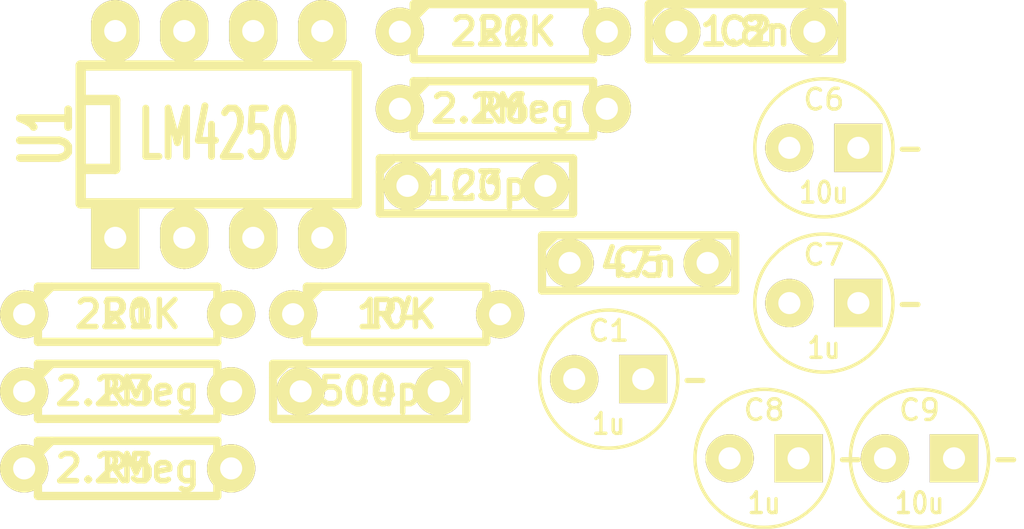
<source format=kicad_pcb>
(kicad_pcb (version 4) (host pcbnew "(2014-09-19 BZR 5142)-product")

  (general
    (links 23)
    (no_connects 23)
    (area 0 0 0 0)
    (thickness 1.6)
    (drawings 0)
    (tracks 0)
    (zones 0)
    (modules 16)
    (nets 10)
  )

  (page A4)
  (layers
    (0 F.Cu signal)
    (31 B.Cu signal)
    (32 B.Adhes user)
    (33 F.Adhes user)
    (34 B.Paste user)
    (35 F.Paste user)
    (36 B.SilkS user)
    (37 F.SilkS user)
    (38 B.Mask user)
    (39 F.Mask user)
    (40 Dwgs.User user)
    (41 Cmts.User user)
    (42 Eco1.User user)
    (43 Eco2.User user)
    (44 Edge.Cuts user)
    (45 Margin user)
    (46 B.CrtYd user)
    (47 F.CrtYd user)
    (48 B.Fab user)
    (49 F.Fab user)
  )

  (setup
    (last_trace_width 0.254)
    (trace_clearance 0.254)
    (zone_clearance 0.508)
    (zone_45_only no)
    (trace_min 0.254)
    (segment_width 0.2)
    (edge_width 0.1)
    (via_size 0.889)
    (via_drill 0.635)
    (via_min_size 0.889)
    (via_min_drill 0.508)
    (uvia_size 0.508)
    (uvia_drill 0.127)
    (uvias_allowed no)
    (uvia_min_size 0.508)
    (uvia_min_drill 0.127)
    (pcb_text_width 0.3)
    (pcb_text_size 1.5 1.5)
    (mod_edge_width 0.15)
    (mod_text_size 1 1)
    (mod_text_width 0.15)
    (pad_size 1.5 1.5)
    (pad_drill 0.6)
    (pad_to_mask_clearance 0)
    (aux_axis_origin 0 0)
    (visible_elements FFFFFF7F)
    (pcbplotparams
      (layerselection 0x00030_80000001)
      (usegerberextensions false)
      (excludeedgelayer true)
      (linewidth 0.100000)
      (plotframeref false)
      (viasonmask false)
      (mode 1)
      (useauxorigin false)
      (hpglpennumber 1)
      (hpglpenspeed 20)
      (hpglpendiameter 15)
      (hpglpenoverlay 2)
      (psnegative false)
      (psa4output false)
      (plotreference true)
      (plotvalue true)
      (plotinvisibletext false)
      (padsonsilk false)
      (subtractmaskfromsilk false)
      (outputformat 1)
      (mirror false)
      (drillshape 1)
      (scaleselection 1)
      (outputdirectory ""))
  )

  (net 0 "")
  (net 1 "Net-(C1-Pad1)")
  (net 2 "Net-(C3-Pad1)")
  (net 3 "Net-(C3-Pad2)")
  (net 4 "Net-(C5-Pad2)")
  (net 5 ref)
  (net 6 GND)
  (net 7 +9V)
  (net 8 "Net-(C9-Pad1)")
  (net 9 "Net-(R3-Pad1)")

  (net_class Default "This is the default net class."
    (clearance 0.254)
    (trace_width 0.254)
    (via_dia 0.889)
    (via_drill 0.635)
    (uvia_dia 0.508)
    (uvia_drill 0.127)
    (add_net +9V)
    (add_net GND)
    (add_net "Net-(C1-Pad1)")
    (add_net "Net-(C3-Pad1)")
    (add_net "Net-(C3-Pad2)")
    (add_net "Net-(C5-Pad2)")
    (add_net "Net-(C9-Pad1)")
    (add_net "Net-(R3-Pad1)")
    (add_net ref)
  )

  (module Custom:C1V5-LARGE_PADS (layer F.Cu) (tedit 544816F7) (tstamp 54498346)
    (at 163.122674 82.038674)
    (descr "Condensateur e = 1 pas")
    (tags C)
    (path /54496F72)
    (fp_text reference C1 (at 0 -1.778) (layer F.SilkS)
      (effects (font (size 0.762 0.762) (thickness 0.127)))
    )
    (fp_text value 1u (at 0 1.651) (layer F.SilkS)
      (effects (font (size 0.762 0.635) (thickness 0.127)))
    )
    (fp_text user - (at 3.175 0) (layer F.SilkS)
      (effects (font (size 0.762 0.762) (thickness 0.1905)))
    )
    (fp_circle (center 0 0) (end 0.127 -2.54) (layer F.SilkS) (width 0.127))
    (pad 1 thru_hole circle (at -1.27 0) (size 1.778 1.778) (drill 0.8128) (layers *.Cu *.Mask F.SilkS)
      (net 1 "Net-(C1-Pad1)"))
    (pad 2 thru_hole rect (at 1.27 0) (size 1.778 1.778) (drill 0.8128) (layers *.Cu *.Mask F.SilkS))
    (model discret/c_vert_c1v5.wrl
      (at (xyz 0 0 0))
      (scale (xyz 1 1 1))
      (rotate (xyz 0 0 0))
    )
  )

  (module Custom:C2-LARGE_PADS (layer F.Cu) (tedit 544816E5) (tstamp 5449834C)
    (at 168.154401 69.240401)
    (descr "Condensateur = 2 pas")
    (tags C)
    (path /54496F0A)
    (fp_text reference C2 (at 0 0) (layer F.SilkS)
      (effects (font (size 1 1) (thickness 0.2032)))
    )
    (fp_text value 1.8n (at 0 0) (layer F.SilkS)
      (effects (font (size 1 1) (thickness 0.2032)))
    )
    (fp_line (start -3.556 -1.016) (end 3.556 -1.016) (layer F.SilkS) (width 0.3048))
    (fp_line (start 3.556 -1.016) (end 3.556 1.016) (layer F.SilkS) (width 0.3048))
    (fp_line (start 3.556 1.016) (end -3.556 1.016) (layer F.SilkS) (width 0.3048))
    (fp_line (start -3.556 1.016) (end -3.556 -1.016) (layer F.SilkS) (width 0.3048))
    (fp_line (start -3.556 -0.508) (end -3.048 -1.016) (layer F.SilkS) (width 0.3048))
    (pad 1 thru_hole circle (at -2.54 0) (size 1.778 1.778) (drill 0.8128) (layers *.Cu *.Mask F.SilkS))
    (pad 2 thru_hole circle (at 2.54 0) (size 1.778 1.778) (drill 0.8128) (layers *.Cu *.Mask F.SilkS)
      (net 1 "Net-(C1-Pad1)"))
    (model discret/capa_2pas_5x5mm.wrl
      (at (xyz 0 0 0))
      (scale (xyz 1 1 1))
      (rotate (xyz 0 0 0))
    )
  )

  (module Custom:C2-LARGE_PADS (layer F.Cu) (tedit 544816E5) (tstamp 54498352)
    (at 158.254401 74.920401)
    (descr "Condensateur = 2 pas")
    (tags C)
    (path /54496DEE)
    (fp_text reference C3 (at 0 0) (layer F.SilkS)
      (effects (font (size 1 1) (thickness 0.2032)))
    )
    (fp_text value 120p (at 0 0) (layer F.SilkS)
      (effects (font (size 1 1) (thickness 0.2032)))
    )
    (fp_line (start -3.556 -1.016) (end 3.556 -1.016) (layer F.SilkS) (width 0.3048))
    (fp_line (start 3.556 -1.016) (end 3.556 1.016) (layer F.SilkS) (width 0.3048))
    (fp_line (start 3.556 1.016) (end -3.556 1.016) (layer F.SilkS) (width 0.3048))
    (fp_line (start -3.556 1.016) (end -3.556 -1.016) (layer F.SilkS) (width 0.3048))
    (fp_line (start -3.556 -0.508) (end -3.048 -1.016) (layer F.SilkS) (width 0.3048))
    (pad 1 thru_hole circle (at -2.54 0) (size 1.778 1.778) (drill 0.8128) (layers *.Cu *.Mask F.SilkS)
      (net 2 "Net-(C3-Pad1)"))
    (pad 2 thru_hole circle (at 2.54 0) (size 1.778 1.778) (drill 0.8128) (layers *.Cu *.Mask F.SilkS)
      (net 3 "Net-(C3-Pad2)"))
    (model discret/capa_2pas_5x5mm.wrl
      (at (xyz 0 0 0))
      (scale (xyz 1 1 1))
      (rotate (xyz 0 0 0))
    )
  )

  (module Custom:C2-LARGE_PADS (layer F.Cu) (tedit 544816E5) (tstamp 54498358)
    (at 154.324401 82.490401)
    (descr "Condensateur = 2 pas")
    (tags C)
    (path /54496F42)
    (fp_text reference C4 (at 0 0) (layer F.SilkS)
      (effects (font (size 1 1) (thickness 0.2032)))
    )
    (fp_text value 500p (at 0 0) (layer F.SilkS)
      (effects (font (size 1 1) (thickness 0.2032)))
    )
    (fp_line (start -3.556 -1.016) (end 3.556 -1.016) (layer F.SilkS) (width 0.3048))
    (fp_line (start 3.556 -1.016) (end 3.556 1.016) (layer F.SilkS) (width 0.3048))
    (fp_line (start 3.556 1.016) (end -3.556 1.016) (layer F.SilkS) (width 0.3048))
    (fp_line (start -3.556 1.016) (end -3.556 -1.016) (layer F.SilkS) (width 0.3048))
    (fp_line (start -3.556 -0.508) (end -3.048 -1.016) (layer F.SilkS) (width 0.3048))
    (pad 1 thru_hole circle (at -2.54 0) (size 1.778 1.778) (drill 0.8128) (layers *.Cu *.Mask F.SilkS)
      (net 2 "Net-(C3-Pad1)"))
    (pad 2 thru_hole circle (at 2.54 0) (size 1.778 1.778) (drill 0.8128) (layers *.Cu *.Mask F.SilkS))
    (model discret/capa_2pas_5x5mm.wrl
      (at (xyz 0 0 0))
      (scale (xyz 1 1 1))
      (rotate (xyz 0 0 0))
    )
  )

  (module Custom:C2-LARGE_PADS (layer F.Cu) (tedit 544816E5) (tstamp 5449835E)
    (at 164.224401 77.760401)
    (descr "Condensateur = 2 pas")
    (tags C)
    (path /54496E83)
    (fp_text reference C5 (at 0 0) (layer F.SilkS)
      (effects (font (size 1 1) (thickness 0.2032)))
    )
    (fp_text value 47n (at 0 0) (layer F.SilkS)
      (effects (font (size 1 1) (thickness 0.2032)))
    )
    (fp_line (start -3.556 -1.016) (end 3.556 -1.016) (layer F.SilkS) (width 0.3048))
    (fp_line (start 3.556 -1.016) (end 3.556 1.016) (layer F.SilkS) (width 0.3048))
    (fp_line (start 3.556 1.016) (end -3.556 1.016) (layer F.SilkS) (width 0.3048))
    (fp_line (start -3.556 1.016) (end -3.556 -1.016) (layer F.SilkS) (width 0.3048))
    (fp_line (start -3.556 -0.508) (end -3.048 -1.016) (layer F.SilkS) (width 0.3048))
    (pad 1 thru_hole circle (at -2.54 0) (size 1.778 1.778) (drill 0.8128) (layers *.Cu *.Mask F.SilkS)
      (net 2 "Net-(C3-Pad1)"))
    (pad 2 thru_hole circle (at 2.54 0) (size 1.778 1.778) (drill 0.8128) (layers *.Cu *.Mask F.SilkS)
      (net 4 "Net-(C5-Pad2)"))
    (model discret/capa_2pas_5x5mm.wrl
      (at (xyz 0 0 0))
      (scale (xyz 1 1 1))
      (rotate (xyz 0 0 0))
    )
  )

  (module Custom:C1V5-LARGE_PADS (layer F.Cu) (tedit 544816F7) (tstamp 54498364)
    (at 171.042674 73.518674)
    (descr "Condensateur e = 1 pas")
    (tags C)
    (path /54496FDD)
    (fp_text reference C6 (at 0 -1.778) (layer F.SilkS)
      (effects (font (size 0.762 0.762) (thickness 0.127)))
    )
    (fp_text value 10u (at 0 1.651) (layer F.SilkS)
      (effects (font (size 0.762 0.635) (thickness 0.127)))
    )
    (fp_text user - (at 3.175 0) (layer F.SilkS)
      (effects (font (size 0.762 0.762) (thickness 0.1905)))
    )
    (fp_circle (center 0 0) (end 0.127 -2.54) (layer F.SilkS) (width 0.127))
    (pad 1 thru_hole circle (at -1.27 0) (size 1.778 1.778) (drill 0.8128) (layers *.Cu *.Mask F.SilkS)
      (net 2 "Net-(C3-Pad1)"))
    (pad 2 thru_hole rect (at 1.27 0) (size 1.778 1.778) (drill 0.8128) (layers *.Cu *.Mask F.SilkS))
    (model discret/c_vert_c1v5.wrl
      (at (xyz 0 0 0))
      (scale (xyz 1 1 1))
      (rotate (xyz 0 0 0))
    )
  )

  (module Custom:C1V5-LARGE_PADS (layer F.Cu) (tedit 544816F7) (tstamp 5449836A)
    (at 171.042674 79.238674)
    (descr "Condensateur e = 1 pas")
    (tags C)
    (path /5449C54A)
    (fp_text reference C7 (at 0 -1.778) (layer F.SilkS)
      (effects (font (size 0.762 0.762) (thickness 0.127)))
    )
    (fp_text value 1u (at 0 1.651) (layer F.SilkS)
      (effects (font (size 0.762 0.635) (thickness 0.127)))
    )
    (fp_text user - (at 3.175 0) (layer F.SilkS)
      (effects (font (size 0.762 0.762) (thickness 0.1905)))
    )
    (fp_circle (center 0 0) (end 0.127 -2.54) (layer F.SilkS) (width 0.127))
    (pad 1 thru_hole circle (at -1.27 0) (size 1.778 1.778) (drill 0.8128) (layers *.Cu *.Mask F.SilkS)
      (net 5 ref))
    (pad 2 thru_hole rect (at 1.27 0) (size 1.778 1.778) (drill 0.8128) (layers *.Cu *.Mask F.SilkS)
      (net 6 GND))
    (model discret/c_vert_c1v5.wrl
      (at (xyz 0 0 0))
      (scale (xyz 1 1 1))
      (rotate (xyz 0 0 0))
    )
  )

  (module Custom:C1V5-LARGE_PADS (layer F.Cu) (tedit 544816F7) (tstamp 54498370)
    (at 168.842674 84.958674)
    (descr "Condensateur e = 1 pas")
    (tags C)
    (path /5449C586)
    (fp_text reference C8 (at 0 -1.778) (layer F.SilkS)
      (effects (font (size 0.762 0.762) (thickness 0.127)))
    )
    (fp_text value 1u (at 0 1.651) (layer F.SilkS)
      (effects (font (size 0.762 0.635) (thickness 0.127)))
    )
    (fp_text user - (at 3.175 0) (layer F.SilkS)
      (effects (font (size 0.762 0.762) (thickness 0.1905)))
    )
    (fp_circle (center 0 0) (end 0.127 -2.54) (layer F.SilkS) (width 0.127))
    (pad 1 thru_hole circle (at -1.27 0) (size 1.778 1.778) (drill 0.8128) (layers *.Cu *.Mask F.SilkS)
      (net 7 +9V))
    (pad 2 thru_hole rect (at 1.27 0) (size 1.778 1.778) (drill 0.8128) (layers *.Cu *.Mask F.SilkS)
      (net 6 GND))
    (model discret/c_vert_c1v5.wrl
      (at (xyz 0 0 0))
      (scale (xyz 1 1 1))
      (rotate (xyz 0 0 0))
    )
  )

  (module Custom:C1V5-LARGE_PADS (layer F.Cu) (tedit 544816F7) (tstamp 54498376)
    (at 174.562674 84.958674)
    (descr "Condensateur e = 1 pas")
    (tags C)
    (path /54497AD6)
    (fp_text reference C9 (at 0 -1.778) (layer F.SilkS)
      (effects (font (size 0.762 0.762) (thickness 0.127)))
    )
    (fp_text value 10u (at 0 1.651) (layer F.SilkS)
      (effects (font (size 0.762 0.635) (thickness 0.127)))
    )
    (fp_text user - (at 3.175 0) (layer F.SilkS)
      (effects (font (size 0.762 0.762) (thickness 0.1905)))
    )
    (fp_circle (center 0 0) (end 0.127 -2.54) (layer F.SilkS) (width 0.127))
    (pad 1 thru_hole circle (at -1.27 0) (size 1.778 1.778) (drill 0.8128) (layers *.Cu *.Mask F.SilkS)
      (net 8 "Net-(C9-Pad1)"))
    (pad 2 thru_hole rect (at 1.27 0) (size 1.778 1.778) (drill 0.8128) (layers *.Cu *.Mask F.SilkS)
      (net 6 GND))
    (model discret/c_vert_c1v5.wrl
      (at (xyz 0 0 0))
      (scale (xyz 1 1 1))
      (rotate (xyz 0 0 0))
    )
  )

  (module Custom:R3-LARGE_PADS (layer F.Cu) (tedit 544816C3) (tstamp 5449837C)
    (at 145.415 79.650401)
    (descr "Resitance 3 pas")
    (tags R)
    (path /54496D20)
    (autoplace_cost180 10)
    (fp_text reference R1 (at 0 0) (layer F.SilkS)
      (effects (font (size 1 1) (thickness 0.2032)))
    )
    (fp_text value 220K (at 0 0) (layer F.SilkS)
      (effects (font (size 1 1) (thickness 0.2032)))
    )
    (fp_line (start -3.81 0) (end -3.302 0) (layer F.SilkS) (width 0.3048))
    (fp_line (start 3.81 0) (end 3.302 0) (layer F.SilkS) (width 0.3048))
    (fp_line (start 3.302 0) (end 3.302 -1.016) (layer F.SilkS) (width 0.3048))
    (fp_line (start 3.302 -1.016) (end -3.302 -1.016) (layer F.SilkS) (width 0.3048))
    (fp_line (start -3.302 -1.016) (end -3.302 1.016) (layer F.SilkS) (width 0.3048))
    (fp_line (start -3.302 1.016) (end 3.302 1.016) (layer F.SilkS) (width 0.3048))
    (fp_line (start 3.302 1.016) (end 3.302 0) (layer F.SilkS) (width 0.3048))
    (fp_line (start -3.302 -0.508) (end -2.794 -1.016) (layer F.SilkS) (width 0.3048))
    (pad 1 thru_hole circle (at -3.81 0) (size 1.778 1.778) (drill 0.8128) (layers *.Cu *.Mask F.SilkS)
      (net 3 "Net-(C3-Pad2)"))
    (pad 2 thru_hole circle (at 3.81 0) (size 1.778 1.778) (drill 0.8128) (layers *.Cu *.Mask F.SilkS)
      (net 1 "Net-(C1-Pad1)"))
    (model discret/resistor.wrl
      (at (xyz 0 0 0))
      (scale (xyz 0.3 0.3 0.3))
      (rotate (xyz 0 0 0))
    )
  )

  (module Custom:R3-LARGE_PADS (layer F.Cu) (tedit 544816C3) (tstamp 54498382)
    (at 159.245 69.240401)
    (descr "Resitance 3 pas")
    (tags R)
    (path /544977F3)
    (autoplace_cost180 10)
    (fp_text reference R2 (at 0 0) (layer F.SilkS)
      (effects (font (size 1 1) (thickness 0.2032)))
    )
    (fp_text value 220K (at 0 0) (layer F.SilkS)
      (effects (font (size 1 1) (thickness 0.2032)))
    )
    (fp_line (start -3.81 0) (end -3.302 0) (layer F.SilkS) (width 0.3048))
    (fp_line (start 3.81 0) (end 3.302 0) (layer F.SilkS) (width 0.3048))
    (fp_line (start 3.302 0) (end 3.302 -1.016) (layer F.SilkS) (width 0.3048))
    (fp_line (start 3.302 -1.016) (end -3.302 -1.016) (layer F.SilkS) (width 0.3048))
    (fp_line (start -3.302 -1.016) (end -3.302 1.016) (layer F.SilkS) (width 0.3048))
    (fp_line (start -3.302 1.016) (end 3.302 1.016) (layer F.SilkS) (width 0.3048))
    (fp_line (start 3.302 1.016) (end 3.302 0) (layer F.SilkS) (width 0.3048))
    (fp_line (start -3.302 -0.508) (end -2.794 -1.016) (layer F.SilkS) (width 0.3048))
    (pad 1 thru_hole circle (at -3.81 0) (size 1.778 1.778) (drill 0.8128) (layers *.Cu *.Mask F.SilkS)
      (net 4 "Net-(C5-Pad2)"))
    (pad 2 thru_hole circle (at 3.81 0) (size 1.778 1.778) (drill 0.8128) (layers *.Cu *.Mask F.SilkS)
      (net 3 "Net-(C3-Pad2)"))
    (model discret/resistor.wrl
      (at (xyz 0 0 0))
      (scale (xyz 0.3 0.3 0.3))
      (rotate (xyz 0 0 0))
    )
  )

  (module Custom:R3-LARGE_PADS (layer F.Cu) (tedit 544816C3) (tstamp 54498388)
    (at 145.415 82.490401)
    (descr "Resitance 3 pas")
    (tags R)
    (path /54496CF3)
    (autoplace_cost180 10)
    (fp_text reference R3 (at 0 0) (layer F.SilkS)
      (effects (font (size 1 1) (thickness 0.2032)))
    )
    (fp_text value 2.2Meg (at 0 0) (layer F.SilkS)
      (effects (font (size 1 1) (thickness 0.2032)))
    )
    (fp_line (start -3.81 0) (end -3.302 0) (layer F.SilkS) (width 0.3048))
    (fp_line (start 3.81 0) (end 3.302 0) (layer F.SilkS) (width 0.3048))
    (fp_line (start 3.302 0) (end 3.302 -1.016) (layer F.SilkS) (width 0.3048))
    (fp_line (start 3.302 -1.016) (end -3.302 -1.016) (layer F.SilkS) (width 0.3048))
    (fp_line (start -3.302 -1.016) (end -3.302 1.016) (layer F.SilkS) (width 0.3048))
    (fp_line (start -3.302 1.016) (end 3.302 1.016) (layer F.SilkS) (width 0.3048))
    (fp_line (start 3.302 1.016) (end 3.302 0) (layer F.SilkS) (width 0.3048))
    (fp_line (start -3.302 -0.508) (end -2.794 -1.016) (layer F.SilkS) (width 0.3048))
    (pad 1 thru_hole circle (at -3.81 0) (size 1.778 1.778) (drill 0.8128) (layers *.Cu *.Mask F.SilkS)
      (net 9 "Net-(R3-Pad1)"))
    (pad 2 thru_hole circle (at 3.81 0) (size 1.778 1.778) (drill 0.8128) (layers *.Cu *.Mask F.SilkS)
      (net 6 GND))
    (model discret/resistor.wrl
      (at (xyz 0 0 0))
      (scale (xyz 0.3 0.3 0.3))
      (rotate (xyz 0 0 0))
    )
  )

  (module Custom:R3-LARGE_PADS (layer F.Cu) (tedit 544816C3) (tstamp 5449838E)
    (at 155.315 79.650401)
    (descr "Resitance 3 pas")
    (tags R)
    (path /54497A94)
    (autoplace_cost180 10)
    (fp_text reference R4 (at 0 0) (layer F.SilkS)
      (effects (font (size 1 1) (thickness 0.2032)))
    )
    (fp_text value 10K (at 0 0) (layer F.SilkS)
      (effects (font (size 1 1) (thickness 0.2032)))
    )
    (fp_line (start -3.81 0) (end -3.302 0) (layer F.SilkS) (width 0.3048))
    (fp_line (start 3.81 0) (end 3.302 0) (layer F.SilkS) (width 0.3048))
    (fp_line (start 3.302 0) (end 3.302 -1.016) (layer F.SilkS) (width 0.3048))
    (fp_line (start 3.302 -1.016) (end -3.302 -1.016) (layer F.SilkS) (width 0.3048))
    (fp_line (start -3.302 -1.016) (end -3.302 1.016) (layer F.SilkS) (width 0.3048))
    (fp_line (start -3.302 1.016) (end 3.302 1.016) (layer F.SilkS) (width 0.3048))
    (fp_line (start 3.302 1.016) (end 3.302 0) (layer F.SilkS) (width 0.3048))
    (fp_line (start -3.302 -0.508) (end -2.794 -1.016) (layer F.SilkS) (width 0.3048))
    (pad 1 thru_hole circle (at -3.81 0) (size 1.778 1.778) (drill 0.8128) (layers *.Cu *.Mask F.SilkS)
      (net 4 "Net-(C5-Pad2)"))
    (pad 2 thru_hole circle (at 3.81 0) (size 1.778 1.778) (drill 0.8128) (layers *.Cu *.Mask F.SilkS)
      (net 8 "Net-(C9-Pad1)"))
    (model discret/resistor.wrl
      (at (xyz 0 0 0))
      (scale (xyz 0.3 0.3 0.3))
      (rotate (xyz 0 0 0))
    )
  )

  (module Custom:R3-LARGE_PADS (layer F.Cu) (tedit 544816C3) (tstamp 54498394)
    (at 145.415 85.330401)
    (descr "Resitance 3 pas")
    (tags R)
    (path /5449C4D1)
    (autoplace_cost180 10)
    (fp_text reference R5 (at 0 0) (layer F.SilkS)
      (effects (font (size 1 1) (thickness 0.2032)))
    )
    (fp_text value 2.2Meg (at 0 0) (layer F.SilkS)
      (effects (font (size 1 1) (thickness 0.2032)))
    )
    (fp_line (start -3.81 0) (end -3.302 0) (layer F.SilkS) (width 0.3048))
    (fp_line (start 3.81 0) (end 3.302 0) (layer F.SilkS) (width 0.3048))
    (fp_line (start 3.302 0) (end 3.302 -1.016) (layer F.SilkS) (width 0.3048))
    (fp_line (start 3.302 -1.016) (end -3.302 -1.016) (layer F.SilkS) (width 0.3048))
    (fp_line (start -3.302 -1.016) (end -3.302 1.016) (layer F.SilkS) (width 0.3048))
    (fp_line (start -3.302 1.016) (end 3.302 1.016) (layer F.SilkS) (width 0.3048))
    (fp_line (start 3.302 1.016) (end 3.302 0) (layer F.SilkS) (width 0.3048))
    (fp_line (start -3.302 -0.508) (end -2.794 -1.016) (layer F.SilkS) (width 0.3048))
    (pad 1 thru_hole circle (at -3.81 0) (size 1.778 1.778) (drill 0.8128) (layers *.Cu *.Mask F.SilkS)
      (net 7 +9V))
    (pad 2 thru_hole circle (at 3.81 0) (size 1.778 1.778) (drill 0.8128) (layers *.Cu *.Mask F.SilkS)
      (net 5 ref))
    (model discret/resistor.wrl
      (at (xyz 0 0 0))
      (scale (xyz 0.3 0.3 0.3))
      (rotate (xyz 0 0 0))
    )
  )

  (module Custom:R3-LARGE_PADS (layer F.Cu) (tedit 544816C3) (tstamp 5449839A)
    (at 159.245 72.080401)
    (descr "Resitance 3 pas")
    (tags R)
    (path /5449C50F)
    (autoplace_cost180 10)
    (fp_text reference R6 (at 0 0) (layer F.SilkS)
      (effects (font (size 1 1) (thickness 0.2032)))
    )
    (fp_text value 2.2Meg (at 0 0) (layer F.SilkS)
      (effects (font (size 1 1) (thickness 0.2032)))
    )
    (fp_line (start -3.81 0) (end -3.302 0) (layer F.SilkS) (width 0.3048))
    (fp_line (start 3.81 0) (end 3.302 0) (layer F.SilkS) (width 0.3048))
    (fp_line (start 3.302 0) (end 3.302 -1.016) (layer F.SilkS) (width 0.3048))
    (fp_line (start 3.302 -1.016) (end -3.302 -1.016) (layer F.SilkS) (width 0.3048))
    (fp_line (start -3.302 -1.016) (end -3.302 1.016) (layer F.SilkS) (width 0.3048))
    (fp_line (start -3.302 1.016) (end 3.302 1.016) (layer F.SilkS) (width 0.3048))
    (fp_line (start 3.302 1.016) (end 3.302 0) (layer F.SilkS) (width 0.3048))
    (fp_line (start -3.302 -0.508) (end -2.794 -1.016) (layer F.SilkS) (width 0.3048))
    (pad 1 thru_hole circle (at -3.81 0) (size 1.778 1.778) (drill 0.8128) (layers *.Cu *.Mask F.SilkS)
      (net 5 ref))
    (pad 2 thru_hole circle (at 3.81 0) (size 1.778 1.778) (drill 0.8128) (layers *.Cu *.Mask F.SilkS)
      (net 6 GND))
    (model discret/resistor.wrl
      (at (xyz 0 0 0))
      (scale (xyz 0.3 0.3 0.3))
      (rotate (xyz 0 0 0))
    )
  )

  (module Custom:DIP-8_LARGE_PADS (layer F.Cu) (tedit 51B5A2D6) (tstamp 544983A6)
    (at 148.7678 73.025)
    (descr "8 pins DIL package, elliptical pads")
    (tags DIL)
    (path /54496CAB)
    (fp_text reference U1 (at -6.35 0 90) (layer F.SilkS)
      (effects (font (size 1.778 1.143) (thickness 0.3048)))
    )
    (fp_text value LM4250 (at 0 0) (layer F.SilkS)
      (effects (font (size 1.778 1.016) (thickness 0.3048)))
    )
    (fp_line (start -5.08 -1.27) (end -3.81 -1.27) (layer F.SilkS) (width 0.381))
    (fp_line (start -3.81 -1.27) (end -3.81 1.27) (layer F.SilkS) (width 0.381))
    (fp_line (start -3.81 1.27) (end -5.08 1.27) (layer F.SilkS) (width 0.381))
    (fp_line (start -5.08 -2.54) (end 5.08 -2.54) (layer F.SilkS) (width 0.381))
    (fp_line (start 5.08 -2.54) (end 5.08 2.54) (layer F.SilkS) (width 0.381))
    (fp_line (start 5.08 2.54) (end -5.08 2.54) (layer F.SilkS) (width 0.381))
    (fp_line (start -5.08 2.54) (end -5.08 -2.54) (layer F.SilkS) (width 0.381))
    (pad 1 thru_hole rect (at -3.81 3.81) (size 1.778 2.286) (drill 0.8128) (layers *.Cu *.Mask F.SilkS))
    (pad 2 thru_hole oval (at -1.27 3.81) (size 1.778 2.286) (drill 0.8128) (layers *.Cu *.Mask F.SilkS)
      (net 3 "Net-(C3-Pad2)"))
    (pad 3 thru_hole oval (at 1.27 3.81) (size 1.778 2.286) (drill 0.8128) (layers *.Cu *.Mask F.SilkS)
      (net 5 ref))
    (pad 4 thru_hole oval (at 3.81 3.81) (size 1.778 2.286) (drill 0.8128) (layers *.Cu *.Mask F.SilkS)
      (net 6 GND))
    (pad 5 thru_hole oval (at 3.81 -3.81) (size 1.778 2.286) (drill 0.8128) (layers *.Cu *.Mask F.SilkS))
    (pad 6 thru_hole oval (at 1.27 -3.81) (size 1.778 2.286) (drill 0.8128) (layers *.Cu *.Mask F.SilkS)
      (net 2 "Net-(C3-Pad1)"))
    (pad 7 thru_hole oval (at -1.27 -3.81) (size 1.778 2.286) (drill 0.8128) (layers *.Cu *.Mask F.SilkS)
      (net 7 +9V))
    (pad 8 thru_hole oval (at -3.81 -3.81) (size 1.778 2.286) (drill 0.8128) (layers *.Cu *.Mask F.SilkS)
      (net 9 "Net-(R3-Pad1)"))
    (model dil/dil_8.wrl
      (at (xyz 0 0 0))
      (scale (xyz 1 1 1))
      (rotate (xyz 0 0 0))
    )
  )

)

</source>
